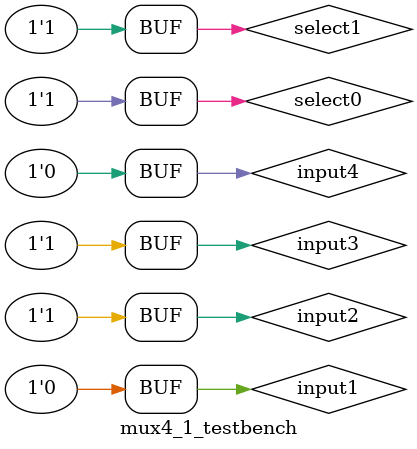
<source format=v>
`define DELAY 20
module mux4_1_testbench(); 
reg input1,input2,input3,input4,select1,select0;
wire out;

mux4_1 mux4_1_test(out,input1,input2,input3,input4,select1,select0);

initial begin
input1=1'b0; input2=1'b1; input3=1'b1; input4=1'b0; select1=1'b0; select0=1'b0;
#`DELAY;
input1=1'b0; input2=1'b1; input3=1'b1; input4=1'b0; select1=1'b0; select0=1'b1;
#`DELAY;
input1=1'b0; input2=1'b1; input3=1'b1; input4=1'b0; select1=1'b1; select0=1'b0;
#`DELAY;
input1=1'b0; input2=1'b1; input3=1'b1; input4=1'b0; select1=1'b1; select0=1'b1;
end

initial
begin
$monitor("time = %2d, out=%1b, select1=%1b, select0=%1b, input1=%1b, input2=%1b, input3=%1b, input4=%1b", $time, out, select1, select0, input1, input2, input3 ,input4);
end
 
endmodule
</source>
